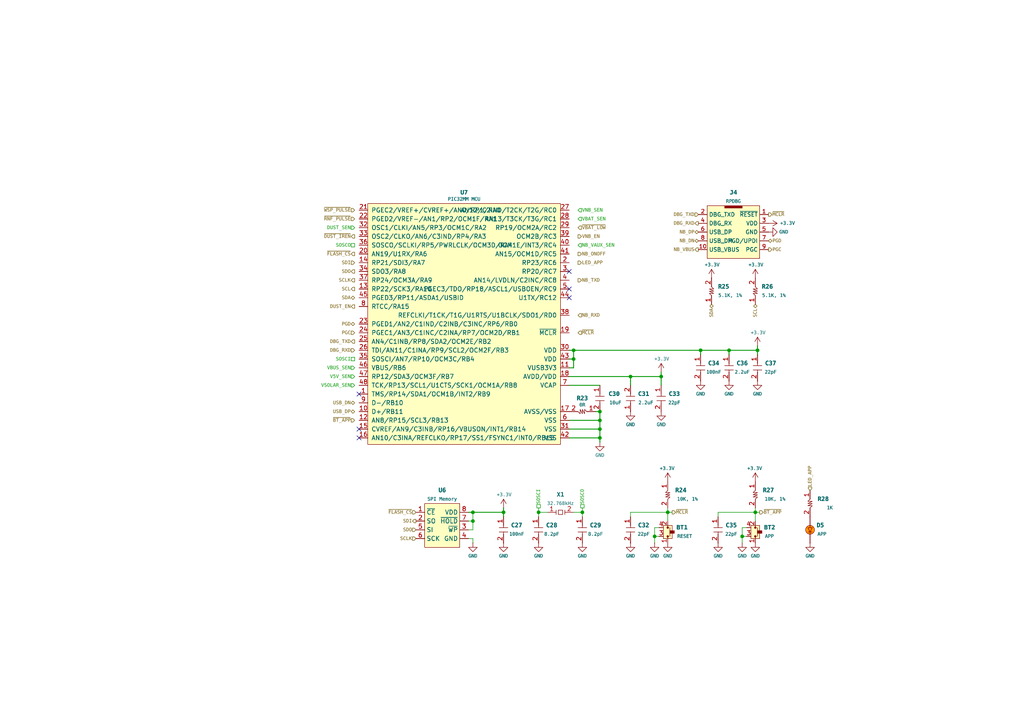
<source format=kicad_sch>
(kicad_sch (version 20231120) (generator "eeschema") (generator_version "8.0")
  (paper "A4")
  (lib_symbols
    (symbol "SAMPI:BT" (pin_names hide)
      (property "Reference" "BT" (at -3.175 1.27 0))
      (property "Value" "Button" (at -3.175 -0.635 0))
      (symbol "BT_1_0"
        (rectangle (start -1.905 -2.54) (end 1.905 -5.08) (fill (type background)))
        (circle (center -1.27 -3.81) (radius 0.254) (fill (type outline)))
        (rectangle (start -0.381 -1.905) (end 0.381 -3.175) (fill (type outline)))
        (polyline (pts (xy -1.27 -3.81) (xy -1.905 -3.81)))
        (polyline (pts (xy -1.27 -3.175) (xy 1.27 -3.175)))
        (polyline (pts (xy 1.27 -3.81) (xy 1.905 -3.81)))
        (circle (center 1.27 -3.81) (radius 0.254) (fill (type outline)))
        (pin passive line (at -3.175 -3.81 0) (length 1.27) (name "") (number "1"))
        (pin passive line (at 3.175 -3.81 180) (length 1.27) (name "") (number "2"))
        (pin passive line (at -1.27 -6.35 90) (length 1.27) (name "") (number "3"))
        (pin passive line (at 1.27 -6.35 90) (length 1.27) (name "") (number "4"))
      )
    )
    (symbol "SAMPI:CERCAP" (pin_names hide)
      (property "Reference" "C" (at -1.905 1.905 0))
      (property "Value" "CerCap" (at -1.905 0 0))
      (symbol "CERCAP_0_1"
        (polyline (pts (xy 0 -2.54) (xy 0.635 -2.54)))
        (polyline (pts (xy 0.635 -1.27) (xy 0.635 -3.81)))
        (polyline (pts (xy 1.905 -2.54) (xy 2.54 -2.54)))
        (polyline (pts (xy 1.905 -1.27) (xy 1.905 -3.81)))
      )
      (symbol "CERCAP_1_1"
        (pin bidirectional line (at -2.54 -2.54 0) (length 2.54) (name "1") (number "1"))
        (pin bidirectional line (at 5.08 -2.54 180) (length 2.54) (name "2") (number "2"))
      )
    )
    (symbol "SAMPI:OLED" (pin_numbers hide) (pin_names hide)
      (property "Reference" "D" (at 0 0 0))
      (property "Value" "OLED" (at 1.27 -1.905 0))
      (symbol "OLED_0_1"
        (polyline (pts (xy -0.635 -5.08) (xy 0 -5.08)))
        (polyline (pts (xy 1.27 -5.08) (xy 1.905 -5.08)))
        (polyline (pts (xy 1.27 -4.445) (xy 1.27 -5.715)))
      )
      (symbol "OLED_1_1"
        (polyline (pts (xy 0 -4.445) (xy 0 -5.715) (xy 1.27 -5.08) (xy 0 -4.445)))
        (circle (center 0.635 -5.08) (radius 1.27) (fill (type color) (color 255 150 0 1)))
        (pin bidirectional line (at -3.175 -5.08 0) (length 2.54) (name "A") (number "A"))
        (pin bidirectional line (at 4.445 -5.08 180) (length 2.54) (name "K") (number "K"))
      )
    )
    (symbol "SAMPI:PIC32MM0xxxGPM048-I/PT" (pin_names (offset 1.016))
      (property "Reference" "U6" (at 0 38.735 0))
      (property "Value" "PIC32MM MCU" (at 0 36.195 0))
      (symbol "PIC32MM0xxxGPM048-I/PT_1_0"
        (pin bidirectional line (at -31.115 -20.32 0) (length 2.54) (name "TMS/RP14/SDA1/OCM1B/INT2/RB9") (number "1"))
        (pin bidirectional line (at -31.115 -25.4 0) (length 2.54) (name "D+/RB11") (number "10"))
        (pin power_in line (at 29.845 -12.7 180) (length 2.54) (name "VUSB3V3") (number "11"))
        (pin bidirectional line (at -31.115 -27.94 0) (length 2.54) (name "AN8/RP15/SCL3/RB13") (number "12"))
        (pin bidirectional line (at -31.115 10.16 0) (length 2.54) (name "RP22/SCK3/RA10") (number "13"))
        (pin bidirectional line (at -31.115 17.78 0) (length 2.54) (name "RP21/SDI3/RA7") (number "14"))
        (pin bidirectional line (at -31.115 -30.48 0) (length 2.54) (name "CVREF/AN9/C3INB/RP16/VBUSON/INT1/RB14") (number "15"))
        (pin bidirectional line (at -31.115 -33.02 0) (length 2.54) (name "AN10/C3INA/REFCLKO/RP17/SS1/FSYNC1/INT0/RB15") (number "16"))
        (pin power_in line (at 29.845 -25.4 180) (length 2.54) (name "AVSS/VSS") (number "17"))
        (pin power_in line (at 29.845 -15.24 180) (length 2.54) (name "AVDD/VDD") (number "18"))
        (pin input line (at 29.845 -2.54 180) (length 2.54) (name "~{MCLR}") (number "19"))
        (pin bidirectional line (at 29.845 17.78 180) (length 2.54) (name "RP23/RC6") (number "2"))
        (pin bidirectional line (at -31.115 20.32 0) (length 2.54) (name "AN19/U1RX/RA6") (number "20"))
        (pin bidirectional line (at -31.115 33.02 0) (length 2.54) (name "PGEC2/VREF+/CVREF+/AN0/RP1/RA0") (number "21"))
        (pin bidirectional line (at -31.115 30.48 0) (length 2.54) (name "PGED2/VREF-/AN1/RP2/OCM1F/RA1") (number "22"))
        (pin bidirectional line (at -31.115 0 0) (length 2.54) (name "PGED1/AN2/C1IND/C2INB/C3INC/RP6/RB0") (number "23"))
        (pin bidirectional line (at -31.115 -2.54 0) (length 2.54) (name "PGEC1/AN3/C1INC/C2INA/RP7/OCM2D/RB1") (number "24"))
        (pin bidirectional line (at -31.115 -5.08 0) (length 2.54) (name "AN4/C1INB/RP8/SDA2/OCM2E/RB2") (number "25"))
        (pin bidirectional line (at -31.115 -7.62 0) (length 2.54) (name "TDI/AN11/C1INA/RP9/SCL2/OCM2F/RB3") (number "26"))
        (pin bidirectional line (at 29.845 33.02 180) (length 2.54) (name "AN12/C2IND/T2CK/T2G/RC0") (number "27"))
        (pin bidirectional line (at 29.845 30.48 180) (length 2.54) (name "AN13/T3CK/T3G/RC1") (number "28"))
        (pin bidirectional line (at 29.845 27.94 180) (length 2.54) (name "RP19/OCM2A/RC2") (number "29"))
        (pin bidirectional line (at 29.845 15.24 180) (length 2.54) (name "RP20/RC7") (number "3"))
        (pin power_in line (at 29.845 -7.62 180) (length 2.54) (name "VDD") (number "30"))
        (pin power_in line (at 29.845 -30.48 180) (length 2.54) (name "VSS") (number "31"))
        (pin bidirectional line (at -31.115 27.94 0) (length 2.54) (name "OSC1/CLKI/AN5/RP3/OCM1C/RA2") (number "32"))
        (pin bidirectional line (at -31.115 25.4 0) (length 2.54) (name "OSC2/CLKO/AN6/C3IND/RP4/RA3") (number "33"))
        (pin bidirectional line (at -31.115 15.24 0) (length 2.54) (name "SDO3/RA8") (number "34"))
        (pin bidirectional line (at -31.115 -10.16 0) (length 2.54) (name "SOSCI/AN7/RP10/OCM3C/RB4") (number "35"))
        (pin bidirectional line (at -31.115 22.86 0) (length 2.54) (name "SOSCO/SCLKI/RP5/PWRLCLK/OCM3D/RA4") (number "36"))
        (pin bidirectional line (at -31.115 12.7 0) (length 2.54) (name "RP24/OCM3A/RA9") (number "37"))
        (pin bidirectional line (at 29.845 2.54 180) (length 2.54) (name "REFCLKI/T1CK/T1G/U1RTS/U1BCLK/SDO1/RD0") (number "38"))
        (pin bidirectional line (at 29.845 25.4 180) (length 2.54) (name "OCM2B/RC3") (number "39"))
        (pin bidirectional line (at 29.845 12.7 180) (length 2.54) (name "AN14/LVDLN/C2INC/RC8") (number "4"))
        (pin bidirectional line (at 29.845 22.86 180) (length 2.54) (name "OCM1E/INT3/RC4") (number "40"))
        (pin bidirectional line (at 29.845 20.32 180) (length 2.54) (name "AN15/OCM1D/RC5") (number "41"))
        (pin power_in line (at 29.845 -33.02 180) (length 2.54) (name "VSS") (number "42"))
        (pin power_in line (at 29.845 -10.16 180) (length 2.54) (name "VDD") (number "43"))
        (pin bidirectional line (at 29.845 7.62 180) (length 2.54) (name "U1TX/RC12") (number "44"))
        (pin bidirectional line (at -31.115 7.62 0) (length 2.54) (name "PGED3/RP11/ASDA1/USBID") (number "45"))
        (pin power_in line (at -31.115 -12.7 0) (length 2.54) (name "VBUS/RB6") (number "46"))
        (pin bidirectional line (at -31.115 -15.24 0) (length 2.54) (name "RP12/SDA3/OCM3F/RB7") (number "47"))
        (pin bidirectional line (at -31.115 -17.78 0) (length 2.54) (name "TCK/RP13/SCL1/U1CTS/SCK1/OCM1A/RB8") (number "48"))
        (pin bidirectional line (at 29.845 10.16 180) (length 2.54) (name "PGEC3/TDO/RP18/ASCL1/USBOEN/RC9") (number "5"))
        (pin power_in line (at 29.845 -27.94 180) (length 2.54) (name "VSS") (number "6"))
        (pin power_in line (at 29.845 -17.78 180) (length 2.54) (name "VCAP") (number "7"))
        (pin bidirectional line (at -31.115 5.08 0) (length 2.54) (name "RTCC/RA15") (number "8"))
        (pin bidirectional line (at -31.115 -22.86 0) (length 2.54) (name "D-/RB10") (number "9"))
      )
      (symbol "PIC32MM0xxxGPM048-I/PT_1_1"
        (rectangle (start -28.575 34.925) (end 27.305 -34.925) (fill (type background)))
      )
    )
    (symbol "SAMPI:RES" (pin_names hide)
      (property "Reference" "R" (at 0 1.905 0))
      (property "Value" "RES" (at 0 0 0))
      (symbol "RES_0_1"
        (polyline (pts (xy 0 -2.54) (xy 0.635 -1.905) (xy 0.635 -3.175) (xy 1.27 -1.905) (xy 1.27 -3.175) (xy 1.905 -1.905) (xy 1.905 -3.175) (xy 2.54 -2.54)))
      )
      (symbol "RES_1_1"
        (pin bidirectional line (at -2.54 -2.54 0) (length 2.54) (name "1") (number "1"))
        (pin bidirectional line (at 5.08 -2.54 180) (length 2.54) (name "2") (number "2"))
      )
    )
    (symbol "SAMPI:RPDBG"
      (property "Reference" "J" (at 0 10.795 0))
      (property "Value" "RPDBG" (at 0 8.89 0))
      (symbol "RPDBG_0_1"
        (rectangle (start -7.62 7.62) (end 7.62 -7.62) (fill (type background)))
      )
      (symbol "RPDBG_1_1"
        (rectangle (start -2.54 7.62) (end 2.54 6.985) (fill (type outline)))
        (pin output line (at 10.16 5.08 180) (length 2.54) (name "~{RESET}") (number "1"))
        (pin output line (at -10.16 -5.08 0) (length 2.54) (name "USB_VBUS") (number "10"))
        (pin output line (at -10.16 5.08 0) (length 2.54) (name "DBG_TXD") (number "2"))
        (pin input line (at 10.16 2.54 180) (length 2.54) (name "VDD") (number "3"))
        (pin input line (at -10.16 2.54 0) (length 2.54) (name "DBG_RX") (number "4"))
        (pin bidirectional line (at 10.16 0 180) (length 2.54) (name "GND") (number "5"))
        (pin bidirectional line (at -10.16 0 0) (length 2.54) (name "USB_DP") (number "6"))
        (pin bidirectional line (at 10.16 -2.54 180) (length 2.54) (name "PGD/UPDI") (number "7"))
        (pin bidirectional line (at -10.16 -2.54 0) (length 2.54) (name "USB_DM") (number "8"))
        (pin output line (at 10.16 -5.08 180) (length 2.54) (name "PGC") (number "9"))
      )
    )
    (symbol "SAMPI:SPI_MEM"
      (property "Reference" "U" (at 0 3.175 0))
      (property "Value" "SPI Memory" (at 0 1.27 0))
      (symbol "SPI_MEM_1_0"
        (rectangle (start 0 0) (end 10.16 -12.7) (fill (type background)))
        (pin input line (at -2.54 -2.54 0) (length 2.54) (name "~{CE}") (number "1"))
        (pin output line (at -2.54 -5.08 0) (length 2.54) (name "SO") (number "2"))
        (pin input line (at 12.7 -7.62 180) (length 2.54) (name "~{WP}") (number "3"))
        (pin power_in line (at 12.7 -10.16 180) (length 2.54) (name "GND") (number "4"))
        (pin input line (at -2.54 -7.62 0) (length 2.54) (name "SI") (number "5"))
        (pin input line (at -2.54 -10.16 0) (length 2.54) (name "SCK") (number "6"))
        (pin input line (at 12.7 -5.08 180) (length 2.54) (name "~{HOLD}") (number "7"))
        (pin power_in line (at 12.7 -2.54 180) (length 2.54) (name "VDD") (number "8"))
      )
    )
    (symbol "SAMPI:XTAL-2P" (pin_names hide)
      (property "Reference" "X" (at 0 0 0))
      (property "Value" "XTAL" (at 0 -1.905 0))
      (symbol "XTAL-2P_0_1"
        (polyline (pts (xy 0 -4.445) (xy 0 -5.715)))
        (polyline (pts (xy 2.54 -4.445) (xy 2.54 -5.715)))
      )
      (symbol "XTAL-2P_1_1"
        (rectangle (start 0.635 -4.445) (end 1.905 -5.715))
        (pin passive line (at -2.54 -5.08 0) (length 2.54) (name "X1") (number "1"))
        (pin passive line (at 5.08 -5.08 180) (length 2.54) (name "X2") (number "2"))
      )
    )
    (symbol "power:+3.3V" (power) (pin_numbers hide) (pin_names (offset 0) hide)
      (property "Value" "+3.3V" (at 0 3.556 0))
      (symbol "+3.3V_0_1"
        (polyline (pts (xy -0.762 1.27) (xy 0 2.54)))
        (polyline (pts (xy 0 0) (xy 0 2.54)))
        (polyline (pts (xy 0 2.54) (xy 0.762 1.27)))
      )
      (symbol "+3.3V_1_1"
        (pin power_in line (at 0 0 90) (length 0) (name "~") (number "1"))
      )
    )
    (symbol "power:GND" (power) (pin_numbers hide) (pin_names (offset 0) hide)
      (property "Value" "GND" (at 0 -3.81 0))
      (symbol "GND_0_1"
        (polyline (pts (xy 0 0) (xy 0 -1.27) (xy 1.27 -1.27) (xy 0 -2.54) (xy -1.27 -1.27) (xy 0 -1.27)))
      )
      (symbol "GND_1_1"
        (pin power_in line (at 0 0 270) (length 0) (name "~") (number "1"))
      )
    )
  )
  (junction (at 219.71 101.6))
  (junction (at 193.675 148.59))
  (junction (at 166.37 104.14))
  (junction (at 203.2 101.6))
  (junction (at 173.99 119.38))
  (junction (at 215.265 155.575))
  (junction (at 191.77 109.22))
  (junction (at 189.865 155.575))
  (junction (at 137.16 151.13))
  (junction (at 219.075 148.59))
  (junction (at 173.99 121.92))
  (junction (at 146.05 148.59))
  (junction (at 137.16 148.59))
  (junction (at 156.21 148.59))
  (junction (at 182.88 109.22))
  (junction (at 166.37 101.6))
  (junction (at 173.99 127))
  (junction (at 211.455 101.6))
  (junction (at 173.99 124.46))
  (junction (at 168.91 148.59))
  (no_connect (at 165.1 83.82))
  (no_connect (at 104.14 127))
  (no_connect (at 165.1 78.74))
  (no_connect (at 104.14 114.3))
  (no_connect (at 165.1 86.36))
  (no_connect (at 104.14 124.46))
  (wire (pts (xy 211.455 101.6) (xy 211.455 102.87)) (stroke (width 0.254)))
  (wire (pts (xy 146.05 148.59) (xy 137.16 148.59)) (stroke (width 0.254)))
  (wire (pts (xy 156.21 148.59) (xy 158.75 148.59)))
  (wire (pts (xy 203.2 101.6) (xy 211.455 101.6)) (stroke (width 0.254)))
  (wire (pts (xy 215.265 153.035) (xy 216.535 153.035)))
  (wire (pts (xy 156.21 148.59) (xy 156.21 149.86)))
  (wire (pts (xy 219.71 101.6) (xy 219.71 102.87)) (stroke (width 0.254)))
  (wire (pts (xy 137.16 157.48) (xy 137.16 156.21)))
  (wire (pts (xy 166.37 104.14) (xy 166.37 101.6)) (stroke (width 0.254)))
  (wire (pts (xy 156.21 147.32) (xy 156.21 148.59)))
  (wire (pts (xy 203.2 102.87) (xy 203.2 101.6)) (stroke (width 0.254)))
  (wire (pts (xy 135.89 151.13) (xy 137.16 151.13)))
  (wire (pts (xy 135.89 153.67) (xy 137.16 153.67)))
  (wire (pts (xy 165.1 124.46) (xy 173.99 124.46)) (stroke (width 0.254)))
  (wire (pts (xy 173.99 124.46) (xy 173.99 121.92)) (stroke (width 0.254)))
  (wire (pts (xy 166.37 101.6) (xy 165.1 101.6)) (stroke (width 0.254)))
  (wire (pts (xy 173.99 119.38) (xy 172.72 119.38)) (stroke (width 0.254)))
  (wire (pts (xy 211.455 101.6) (xy 219.71 101.6)) (stroke (width 0.254)))
  (wire (pts (xy 191.77 109.22) (xy 191.77 111.76)) (stroke (width 0.254)))
  (wire (pts (xy 193.675 148.59) (xy 194.945 148.59)))
  (wire (pts (xy 189.865 155.575) (xy 191.135 155.575)))
  (wire (pts (xy 137.16 153.67) (xy 137.16 151.13)))
  (wire (pts (xy 182.88 148.59) (xy 182.88 149.86)))
  (wire (pts (xy 215.265 155.575) (xy 215.265 153.035)))
  (wire (pts (xy 215.265 157.48) (xy 215.265 155.575)))
  (wire (pts (xy 165.1 109.22) (xy 182.88 109.22)) (stroke (width 0.254)))
  (wire (pts (xy 182.88 109.22) (xy 182.88 111.76)) (stroke (width 0.254)))
  (wire (pts (xy 168.91 148.59) (xy 166.37 148.59)))
  (wire (pts (xy 193.675 148.59) (xy 193.675 151.13)))
  (wire (pts (xy 219.075 148.59) (xy 220.345 148.59)))
  (wire (pts (xy 215.265 155.575) (xy 216.535 155.575)))
  (wire (pts (xy 165.1 127) (xy 173.99 127)) (stroke (width 0.254)))
  (wire (pts (xy 219.71 100.33) (xy 219.71 101.6)) (stroke (width 0.254)))
  (wire (pts (xy 166.37 106.68) (xy 166.37 104.14)) (stroke (width 0.254)))
  (wire (pts (xy 165.1 104.14) (xy 166.37 104.14)) (stroke (width 0.254)))
  (wire (pts (xy 189.865 155.575) (xy 189.865 153.035)))
  (wire (pts (xy 165.1 111.76) (xy 173.99 111.76)) (stroke (width 0.254)))
  (wire (pts (xy 193.675 147.32) (xy 193.675 148.59)))
  (wire (pts (xy 208.28 148.59) (xy 208.28 149.86)))
  (wire (pts (xy 203.2 101.6) (xy 166.37 101.6)) (stroke (width 0.254)))
  (wire (pts (xy 173.99 127) (xy 173.99 124.46)) (stroke (width 0.254)))
  (wire (pts (xy 208.28 148.59) (xy 219.075 148.59)))
  (wire (pts (xy 191.77 107.95) (xy 191.77 109.22)) (stroke (width 0.254)))
  (wire (pts (xy 137.16 148.59) (xy 135.89 148.59)) (stroke (width 0.254)))
  (wire (pts (xy 189.865 153.035) (xy 191.135 153.035)))
  (wire (pts (xy 165.1 121.92) (xy 173.99 121.92)) (stroke (width 0.254)))
  (wire (pts (xy 137.16 151.13) (xy 137.16 148.59)))
  (wire (pts (xy 146.05 149.86) (xy 146.05 148.59)) (stroke (width 0.254)))
  (wire (pts (xy 189.865 157.48) (xy 189.865 155.575)))
  (wire (pts (xy 219.075 147.32) (xy 219.075 148.59)))
  (wire (pts (xy 182.88 148.59) (xy 193.675 148.59)))
  (wire (pts (xy 173.99 127) (xy 173.99 128.27)) (stroke (width 0.254)))
  (wire (pts (xy 168.91 147.32) (xy 168.91 148.59)))
  (wire (pts (xy 219.075 148.59) (xy 219.075 151.13)))
  (wire (pts (xy 146.05 147.32) (xy 146.05 148.59)) (stroke (width 0.254)))
  (wire (pts (xy 173.99 121.92) (xy 173.99 119.38)) (stroke (width 0.254)))
  (wire (pts (xy 165.1 106.68) (xy 166.37 106.68)) (stroke (width 0.254)))
  (wire (pts (xy 168.91 149.86) (xy 168.91 148.59)))
  (wire (pts (xy 137.16 156.21) (xy 135.89 156.21)))
  (wire (pts (xy 182.88 109.22) (xy 191.77 109.22)) (stroke (width 0.254)))
  (hierarchical_label "NB_TXD" (shape output) (at 167.64 81.28 0) (effects (font (size 1.016 1.016))))
  (hierarchical_label "VBAT_SEN" (shape input) (at 167.64 63.5 0) (effects (font (size 1.016 1.016))))
  (hierarchical_label "DUST_SEN" (shape input) (at 102.87 66.04 180) (effects (font (size 1.016 1.016))))
  (hierarchical_label "SOSCI" (shape passive) (at 102.87 104.14 180) (effects (font (size 1.016 1.016))))
  (hierarchical_label "NB_VBUS" (shape output) (at 202.565 72.39 180) (effects (font (size 1.016 1.016))))
  (hierarchical_label "SDI" (shape output) (at 120.65 151.13 180) (effects (font (size 1.016 1.016))))
  (hierarchical_label "PGD" (shape bidirectional) (at 222.885 69.85 0) (effects (font (size 1.016 1.016))))
  (hierarchical_label "VNB_SEN" (shape input) (at 167.64 60.96 0) (effects (font (size 1.016 1.016))))
  (hierarchical_label "SDA" (shape bidirectional) (at 102.87 86.36 180) (effects (font (size 1.016 1.016))))
  (hierarchical_label "~{RNF_PULSE}" (shape input) (at 102.87 63.5 180) (effects (font (size 1.016 1.016))))
  (hierarchical_label "SOSCO" (shape passive) (at 168.91 147.32 90) (effects (font (size 1.016 1.016))))
  (hierarchical_label "DBG_TXD" (shape input) (at 202.565 62.23 180) (effects (font (size 1.016 1.016))))
  (hierarchical_label "LED_APP" (shape input) (at 234.95 142.24 90) (effects (font (size 1.016 1.016))))
  (hierarchical_label "NB_DP" (shape bidirectional) (at 202.565 67.31 180) (effects (font (size 1.016 1.016))))
  (hierarchical_label "~{BT_APP}" (shape input) (at 102.87 121.92 180) (effects (font (size 1.016 1.016))))
  (hierarchical_label "DBG_RXD" (shape input) (at 102.87 101.6 180) (effects (font (size 1.016 1.016))))
  (hierarchical_label "SCL" (shape bidirectional) (at 219.075 88.265 270) (effects (font (size 1.016 1.016))))
  (hierarchical_label "DBG_TXD" (shape output) (at 102.87 99.06 180) (effects (font (size 1.016 1.016))))
  (hierarchical_label "PGC" (shape input) (at 102.87 96.52 180) (effects (font (size 1.016 1.016))))
  (hierarchical_label "~{MCLR}" (shape output) (at 222.885 62.23 0) (effects (font (size 1.016 1.016))))
  (hierarchical_label "DUST_EN" (shape output) (at 102.87 88.9 180) (effects (font (size 1.016 1.016))))
  (hierarchical_label "~{WSP_PULSE}" (shape input) (at 102.87 60.96 180) (effects (font (size 1.016 1.016))))
  (hierarchical_label "SDA" (shape bidirectional) (at 206.375 88.265 270) (effects (font (size 1.016 1.016))))
  (hierarchical_label "USB_DN" (shape bidirectional) (at 102.87 116.84 180) (effects (font (size 1.016 1.016))))
  (hierarchical_label "NB_RXD" (shape input) (at 167.64 91.44 0) (effects (font (size 1.016 1.016))))
  (hierarchical_label "DBG_RXD" (shape output) (at 202.565 64.77 180) (effects (font (size 1.016 1.016))))
  (hierarchical_label "NB_DN" (shape bidirectional) (at 202.565 69.85 180) (effects (font (size 1.016 1.016))))
  (hierarchical_label "VSOLAR_SEN" (shape input) (at 102.87 111.76 180) (effects (font (size 1.016 1.016))))
  (hierarchical_label "V5V_SEN" (shape input) (at 102.87 109.22 180) (effects (font (size 1.016 1.016))))
  (hierarchical_label "VBUS_SEN" (shape input) (at 102.87 106.68 180) (effects (font (size 1.016 1.016))))
  (hierarchical_label "SDO" (shape output) (at 102.87 78.74 180) (effects (font (size 1.016 1.016))))
  (hierarchical_label "USB_DP" (shape bidirectional) (at 102.87 119.38 180) (effects (font (size 1.016 1.016))))
  (hierarchical_label "PGD" (shape bidirectional) (at 102.87 93.98 180) (effects (font (size 1.016 1.016))))
  (hierarchical_label "~{VBAT_LOW}" (shape input) (at 167.64 66.04 0) (effects (font (size 1.016 1.016))))
  (hierarchical_label "SCLK" (shape input) (at 120.65 156.21 180) (effects (font (size 1.016 1.016))))
  (hierarchical_label "NB_VAUX_SEN" (shape input) (at 167.64 71.12 0) (effects (font (size 1.016 1.016))))
  (hierarchical_label "LED_APP" (shape output) (at 167.64 76.2 0) (effects (font (size 1.016 1.016))))
  (hierarchical_label "VNB_EN" (shape output) (at 167.64 68.58 0) (effects (font (size 1.016 1.016))))
  (hierarchical_label "~{MCLR}" (shape output) (at 194.945 148.59 0) (effects (font (size 1.016 1.016))))
  (hierarchical_label "SOSCO" (shape passive) (at 102.87 71.12 180) (effects (font (size 1.016 1.016))))
  (hierarchical_label "SCLK" (shape output) (at 102.87 81.28 180) (effects (font (size 1.016 1.016))))
  (hierarchical_label "~{BT_APP}" (shape output) (at 220.345 148.59 0) (effects (font (size 1.016 1.016))))
  (hierarchical_label "SOSCI" (shape passive) (at 156.21 147.32 90) (effects (font (size 1.016 1.016))))
  (hierarchical_label "SDO" (shape input) (at 120.65 153.67 180) (effects (font (size 1.016 1.016))))
  (hierarchical_label "~{MCLR}" (shape input) (at 167.64 96.52 0) (effects (font (size 1.016 1.016))))
  (hierarchical_label "NB_ONOFF" (shape output) (at 167.64 73.66 0) (effects (font (size 1.016 1.016))))
  (hierarchical_label "~{DUST_IREN}" (shape output) (at 102.87 68.58 180) (effects (font (size 1.016 1.016))))
  (hierarchical_label "SDI" (shape input) (at 102.87 76.2 180) (effects (font (size 1.016 1.016))))
  (hierarchical_label "~{FLASH_CS}" (shape output) (at 102.87 73.66 180) (effects (font (size 1.016 1.016))))
  (hierarchical_label "~{FLASH_CS}" (shape input) (at 120.65 148.59 180) (effects (font (size 1.016 1.016))))
  (hierarchical_label "SCL" (shape output) (at 102.87 83.82 180) (effects (font (size 1.016 1.016))))
  (hierarchical_label "PGC" (shape output) (at 222.885 72.39 0) (effects (font (size 1.016 1.016))))
  (symbol (lib_id "SAMPI:RES") (at 216.535 85.725 90) (unit 1)
    (property "Reference" "R26" (at 220.98 83.1849 90) (effects (font (bold yes)) (justify right)))
    (property "Value" "5.1K, 1%" (at 220.98 85.7249 90) (effects (font (size 1.016 1.016)) (justify right)))
    (property "Footprint" "SAMPI:RES0603" (effects (hide yes)))
    (property "Description" "RES SMD 5.1K OHM 1% 1/10W 0603" (effects (hide yes)))
    (property "MNP" "RC0603FR-075K1L" (effects (hide yes)))
    (property "Price" "0.002" (effects (hide yes)))
    (property "Stock Link" "https://www.digikey.com/en/products/detail/yageo/RC0603FR-075K1L/727268" (effects (hide yes)))
    (property "MFT" "YAGEO" (effects (hide yes)))
  )
  (symbol (lib_id "SAMPI:RPDBG") (at 212.725 67.31 0) (unit 1)
    (property "Reference" "J4" (at 212.725 55.88 0) (effects (font (bold yes))))
    (property "Value" "RPDBG" (at 212.725 58.42 0) (effects (font (size 1.016 1.016))))
    (property "Description" "PIN HEADER, THR, DUAL ROW, 1.27" (effects (hide yes)))
    (property "Price" "0.197" (effects (hide yes)))
    (property "Stock Link" "https://www.thegioiic.com/hang-rao-duc-doi-1-27mm-80-chan-2-hang-cao-7-2mm-xuyen-lo" (effects (hide yes)))
    (property "MFT" "METZ" (effects (hide yes)))
    (property "MNP" "PR20B05VBDN" (effects (hide yes)))
  )
  (symbol (lib_id "power:GND") (at 168.91 157.48 0) (unit 1)
    (property "Reference" "#PWR057" (effects (hide yes)))
    (property "Value" "GND" (at 168.91 161.29 0) (effects (font (size 1.016 1.016))))
    (property "Description" "Power symbol creates a global label with name \"GND\" , ground" (effects (hide yes)))
  )
  (symbol (lib_id "power:GND") (at 211.455 110.49 0) (unit 1)
    (property "Reference" "#PWR069" (effects (hide yes)))
    (property "Value" "GND" (at 211.455 114.3 0) (effects (font (size 1.016 1.016))))
    (property "Description" "Power symbol creates a global label with name \"GND\" , ground" (effects (hide yes)))
  )
  (symbol (lib_id "SAMPI:CERCAP") (at 210.82 152.4 270) (unit 1)
    (property "Reference" "C35" (at 212.09 152.4 90) (effects (font (bold yes))))
    (property "Value" "22pF" (at 212.09 154.94 90) (effects (font (size 1.016 1.016))))
    (property "Footprint" "SAMPI:CAP0603" (effects (hide yes)))
    (property "Description" "CAP CER 22PF 50V C0G/NP0 0603" (effects (hide yes)))
    (property "MNP" "CL10C220JB8NFNC" (effects (hide yes)))
    (property "Price" "0.0083" (effects (hide yes)))
    (property "Stock Link" "https://www.thegioiic.com/tu-gom-0603-22pf-50v" (effects (hide yes)))
    (property "MFT" "Samsung" (effects (hide yes)))
  )
  (symbol (lib_id "power:GND") (at 146.05 157.48 0) (mirror y) (unit 1)
    (property "Reference" "#PWR055" (effects (hide yes)))
    (property "Value" "GND" (at 146.05 161.29 0) (effects (font (size 1.016 1.016))))
    (property "Description" "Power symbol creates a global label with name \"GND\" , ground" (effects (hide yes)))
  )
  (symbol (lib_id "power:GND") (at 182.88 157.48 0) (unit 1)
    (property "Reference" "#PWR060" (effects (hide yes)))
    (property "Value" "GND" (at 182.88 161.29 0) (effects (font (size 1.016 1.016))))
    (property "Description" "Power symbol creates a global label with name \"GND\" , ground" (effects (hide yes)))
  )
  (symbol (lib_id "SAMPI:SPI_MEM") (at 123.19 146.05 0) (unit 1)
    (property "Reference" "U6" (at 128.27 142.24 0) (effects (font (bold yes))))
    (property "Value" "SPI Memory" (at 128.27 144.78 0) (effects (font (size 1.016 1.016))))
    (property "Footprint" "SAMPI:SOIC8_3.9_MCHP" (effects (hide yes)))
    (property "Description" "IC FLASH 16MBIT SPI 50MHZ 8SOIC" (effects (hide yes)))
    (property "Price" "0" (effects (hide yes)))
    (property "Stock Link" "https://www.digikey.com/en/products/detail/microchip-technology/SST25VF016B-50-4C-S2AF/2297794" (effects (hide yes)))
    (property "MFT" "Microchip" (effects (hide yes)))
    (property "MNP" "SST25VF016B-50-4C-S2AF" (effects (hide yes)))
  )
  (symbol (lib_id "SAMPI:BT") (at 197.485 154.305 270) (mirror x) (unit 1)
    (property "Reference" "BT1" (at 196.215 153.0349 90) (effects (font (bold yes)) (justify left)))
    (property "Value" "RESET" (at 196.215 155.5749 90) (effects (font (size 1.016 1.016)) (justify left)))
    (property "Description" "SWITCH TACTILE SPST-NO 0.05A 12V" (effects (hide yes)))
    (property "Price" "0.022" (effects (hide yes)))
    (property "Stock Link" "https://www.thegioiic.com/nut-nhan-3x6mm-cao-5mm-2-chan-smd-dau-trang" (effects (hide yes)))
    (property "MFT" "Panasonic" (effects (hide yes)))
    (property "MNP" "EVQ-PE105K" (effects (hide yes)))
  )
  (symbol (lib_id "power:GND") (at 182.88 119.38 0) (unit 1)
    (property "Reference" "#PWR059" (effects (hide yes)))
    (property "Value" "GND" (at 182.88 123.19 0) (effects (font (size 1.016 1.016))))
    (property "Description" "Power symbol creates a global label with name \"GND\" , ground" (effects (hide yes)))
  )
  (symbol (lib_id "power:GND") (at 208.28 157.48 0) (unit 1)
    (property "Reference" "#PWR068" (effects (hide yes)))
    (property "Value" "GND" (at 208.28 161.29 0) (effects (font (size 1.016 1.016))))
    (property "Description" "Power symbol creates a global label with name \"GND\" , ground" (effects (hide yes)))
  )
  (symbol (lib_id "SAMPI:CERCAP") (at 180.34 116.84 90) (unit 1)
    (property "Reference" "C31" (at 186.69 114.3 90) (effects (font (bold yes))))
    (property "Value" "2.2uF" (at 187.325 116.84 90) (effects (font (size 1.016 1.016))))
    (property "Footprint" "SAMPI:CAP0603" (effects (hide yes)))
    (property "Description" "CAP CER 2.2UF 10V X7R 0603" (effects (hide yes)))
    (property "MNP" "CL10B225KP8NNNC" (effects (hide yes)))
    (property "Price" "0.018" (effects (hide yes)))
    (property "Stock Link" "https://www.thegioiic.com/tu-gom-0603-2-2uf-10v" (effects (hide yes)))
    (property "MFT" "Samsung" (effects (hide yes)))
  )
  (symbol (lib_id "power:+3.3V") (at 219.075 139.7 0) (unit 1)
    (property "Reference" "#PWR072" (effects (hide yes)))
    (property "Value" "+3.3V" (at 216.535 135.89 0) (effects (font (size 1.016 1.016)) (justify left)))
    (property "Description" "Power symbol creates a global label with name \"+3.3V\"" (effects (hide yes)))
  )
  (symbol (lib_id "SAMPI:CERCAP") (at 171.45 152.4 270) (unit 1)
    (property "Reference" "C29" (at 172.72 152.4 90) (effects (font (bold yes))))
    (property "Value" "8.2pF" (at 172.72 154.94 90) (effects (font (size 1.016 1.016))))
    (property "Footprint" "SAMPI:CAP0603" (effects (hide yes)))
    (property "Description" "CAP CER 8.2PF 50V C0G/NP0 0603" (effects (hide yes)))
    (property "MNP" "CL10C8R2DB8NNNC" (effects (hide yes)))
    (property "Price" "0.0083" (effects (hide yes)))
    (property "Stock Link" "https://www.thegioiic.com/tu-gom-0603-8-2pf-50v" (effects (hide yes)))
    (property "MFT" "Samsung" (effects (hide yes)))
  )
  (symbol (lib_id "power:GND") (at 193.675 157.48 0) (unit 1)
    (property "Reference" "#PWR065" (effects (hide yes)))
    (property "Value" "GND" (at 193.675 161.29 0) (effects (font (size 1.016 1.016))))
    (property "Description" "Power symbol creates a global label with name \"GND\" , ground" (effects (hide yes)))
  )
  (symbol (lib_id "SAMPI:CERCAP") (at 158.75 152.4 270) (unit 1)
    (property "Reference" "C28" (at 160.02 152.4 90) (effects (font (bold yes))))
    (property "Value" "8.2pF" (at 160.02 154.94 90) (effects (font (size 1.016 1.016))))
    (property "Footprint" "SAMPI:CAP0603" (effects (hide yes)))
    (property "Description" "CAP CER 8.2PF 50V C0G/NP0 0603" (effects (hide yes)))
    (property "MNP" "CL10C8R2DB8NNNC" (effects (hide yes)))
    (property "Price" "0.0083" (effects (hide yes)))
    (property "Stock Link" "https://www.thegioiic.com/tu-gom-0603-8-2pf-50v" (effects (hide yes)))
    (property "MFT" "Samsung" (effects (hide yes)))
  )
  (symbol (lib_id "power:GND") (at 203.2 110.49 0) (unit 1)
    (property "Reference" "#PWR066" (effects (hide yes)))
    (property "Value" "GND" (at 203.2 114.3 0) (effects (font (size 1.016 1.016))))
    (property "Description" "Power symbol creates a global label with name \"GND\" , ground" (effects (hide yes)))
  )
  (symbol (lib_id "power:GND") (at 222.885 67.31 90) (unit 1)
    (property "Reference" "#PWR077" (effects (hide yes)))
    (property "Value" "GND" (at 227.33 67.31 90) (effects (font (size 1.016 1.016))))
    (property "Description" "Power symbol creates a global label with name \"GND\" , ground" (effects (hide yes)))
  )
  (symbol (lib_id "power:GND") (at 173.99 128.27 0) (unit 1)
    (property "Reference" "#PWR058" (effects (hide yes)))
    (property "Value" "GND" (at 173.99 132.08 0) (effects (font (size 1.016 1.016))))
    (property "Description" "Power symbol creates a global label with name \"GND\" , ground" (effects (hide yes)))
  )
  (symbol (lib_id "power:GND") (at 156.21 157.48 0) (unit 1)
    (property "Reference" "#PWR056" (effects (hide yes)))
    (property "Value" "GND" (at 156.21 161.29 0) (effects (font (size 1.016 1.016))))
    (property "Description" "Power symbol creates a global label with name \"GND\" , ground" (effects (hide yes)))
  )
  (symbol (lib_id "SAMPI:RES") (at 191.135 142.24 90) (mirror x) (unit 1)
    (property "Reference" "R24" (at 197.485 142.24 90) (effects (font (bold yes))))
    (property "Value" "10K, 1%" (at 199.39 144.78 90) (effects (font (size 1.016 1.016))))
    (property "Footprint" "SAMPI:RES0603" (effects (hide yes)))
    (property "Description" "RES SMD 10K OHM 1% 1/10W 0603" (effects (hide yes)))
    (property "MNP" "RC0603FR-0710KL" (effects (hide yes)))
    (property "Price" "0.002" (effects (hide yes)))
    (property "Stock Link" "https://www.thegioiic.com/dien-tro-10-kohm-0603-1-" (effects (hide yes)))
    (property "MFT" "YAGEO" (effects (hide yes)))
  )
  (symbol (lib_id "SAMPI:CERCAP") (at 176.53 114.3 270) (unit 1)
    (property "Reference" "C30" (at 176.53 114.2999 90) (effects (font (bold yes)) (justify left)))
    (property "Value" "10uF" (at 176.53 116.8399 90) (effects (font (size 1.016 1.016)) (justify left)))
    (property "Footprint" "SAMPI:CAP0805" (effects (hide yes)))
    (property "Description" "CAP CER 10UF 16V X5R 0805" (effects (hide yes)))
    (property "MNP" "CL21A106KOQNNNE" (effects (hide yes)))
    (property "Price" "0.017" (effects (hide yes)))
    (property "Stock Link" "https://www.thegioiic.com/tu-gom-0805-10uf-16v" (effects (hide yes)))
    (property "MFT" " Samsung" (effects (hide yes)))
  )
  (symbol (lib_id "SAMPI:CERCAP") (at 213.995 105.41 270) (unit 1)
    (property "Reference" "C36" (at 215.265 105.41 90) (effects (font (bold yes))))
    (property "Value" "2.2uF" (at 215.265 107.95 90) (effects (font (size 1.016 1.016))))
    (property "Footprint" "SAMPI:CAP0603" (effects (hide yes)))
    (property "Description" "CAP CER 2.2UF 10V X7R 0603" (effects (hide yes)))
    (property "MNP" "CL10B225KP8NNNC" (effects (hide yes)))
    (property "Price" "0.018" (effects (hide yes)))
    (property "Stock Link" "https://www.thegioiic.com/tu-gom-0603-2-2uf-10v" (effects (hide yes)))
    (property "MFT" "Samsung" (effects (hide yes)))
  )
  (symbol (lib_id "power:+3.3V") (at 219.71 100.33 0) (mirror y) (unit 1)
    (property "Reference" "#PWR074" (effects (hide yes)))
    (property "Value" "+3.3V" (at 222.25 96.52 0) (effects (font (size 1.016 1.016)) (justify left)))
    (property "Description" "Power symbol creates a global label with name \"+3.3V\"" (effects (hide yes)))
  )
  (symbol (lib_id "power:GND") (at 191.77 119.38 0) (unit 1)
    (property "Reference" "#PWR063" (effects (hide yes)))
    (property "Value" "GND" (at 191.77 123.19 0) (effects (font (size 1.016 1.016))))
    (property "Description" "Power symbol creates a global label with name \"GND\" , ground" (effects (hide yes)))
  )
  (symbol (lib_id "SAMPI:CERCAP") (at 185.42 152.4 270) (unit 1)
    (property "Reference" "C32" (at 186.69 152.4 90) (effects (font (bold yes))))
    (property "Value" "22pF" (at 186.69 154.94 90) (effects (font (size 1.016 1.016))))
    (property "Footprint" "SAMPI:CAP0603" (effects (hide yes)))
    (property "Description" "CAP CER 22PF 50V C0G/NP0 0603" (effects (hide yes)))
    (property "MNP" "CL10C220JB8NFNC" (effects (hide yes)))
    (property "Price" "0.0083" (effects (hide yes)))
    (property "Stock Link" "https://www.thegioiic.com/tu-gom-0603-22pf-50v" (effects (hide yes)))
    (property "MFT" "Samsung" (effects (hide yes)))
  )
  (symbol (lib_id "SAMPI:RES") (at 232.41 144.78 90) (mirror x) (unit 1)
    (property "Reference" "R28" (at 238.76 144.78 90) (effects (font (bold yes))))
    (property "Value" "1K" (at 240.665 147.32 90) (effects (font (size 1.016 1.016))))
    (property "Footprint" "SAMPI:RES0603" (effects (hide yes)))
    (property "Description" "RES SMD 1K OHM 5% 1/10W 0603" (effects (hide yes)))
    (property "MNP" "AC0603JR-071KL" (effects (hide yes)))
    (property "Price" "0.0014" (effects (hide yes)))
    (property "Stock Link" "https://www.thegioiic.com/dien-tro-1-kohm-0603-5-" (effects (hide yes)))
    (property "MFT" "YAGEO" (effects (hide yes)))
  )
  (symbol (lib_id "SAMPI:RES") (at 203.835 85.725 90) (unit 1)
    (property "Reference" "R25" (at 208.28 83.1849 90) (effects (font (bold yes)) (justify right)))
    (property "Value" "5.1K, 1%" (at 208.28 85.7249 90) (effects (font (size 1.016 1.016)) (justify right)))
    (property "Footprint" "SAMPI:RES0603" (effects (hide yes)))
    (property "Description" "RES SMD 5.1K OHM 1% 1/10W 0603" (effects (hide yes)))
    (property "MNP" "RC0603FR-075K1L" (effects (hide yes)))
    (property "Price" "0.002" (effects (hide yes)))
    (property "Stock Link" "https://www.digikey.com/en/products/detail/yageo/RC0603FR-075K1L/727268" (effects (hide yes)))
    (property "MFT" "YAGEO" (effects (hide yes)))
  )
  (symbol (lib_id "SAMPI:CERCAP") (at 222.25 105.41 270) (unit 1)
    (property "Reference" "C37" (at 223.52 105.41 90) (effects (font (bold yes))))
    (property "Value" "22pF" (at 223.52 107.95 90) (effects (font (size 1.016 1.016))))
    (property "Footprint" "SAMPI:CAP0603" (effects (hide yes)))
    (property "Description" "CAP CER 22PF 50V C0G/NP0 0603" (effects (hide yes)))
    (property "MNP" "CL10C220JB8NFNC" (effects (hide yes)))
    (property "Price" "0.0083" (effects (hide yes)))
    (property "Stock Link" "https://www.thegioiic.com/tu-gom-0603-22pf-50v" (effects (hide yes)))
    (property "MFT" "Samsung" (effects (hide yes)))
  )
  (symbol (lib_id "SAMPI:RES") (at 170.18 116.84 0) (mirror y) (unit 1)
    (property "Reference" "R23" (at 168.91 115.57 0) (effects (font (bold yes))))
    (property "Value" "0R" (at 168.91 117.475 0) (effects (font (size 1.016 1.016))))
    (property "Footprint" "SAMPI:RES0603" (effects (hide yes)))
    (property "Description" "RES SMD 0 OHM JUMPER 1/10W 0603" (effects (hide yes)))
    (property "MNP" "RC0603JR-070RL" (effects (hide yes)))
    (property "Price" "0.002" (effects (hide yes)))
    (property "Stock Link" "https://www.thegioiic.com/dien-tro-0-ohm-0603-1-" (effects (hide yes)))
    (property "MFT" "YAGEO" (effects (hide yes)))
  )
  (symbol (lib_id "power:+3.3V") (at 193.675 139.7 0) (unit 1)
    (property "Reference" "#PWR064" (effects (hide yes)))
    (property "Value" "+3.3V" (at 191.135 135.89 0) (effects (font (size 1.016 1.016)) (justify left)))
    (property "Description" "Power symbol creates a global label with name \"+3.3V\"" (effects (hide yes)))
  )
  (symbol (lib_id "power:+3.3V") (at 219.075 80.645 0) (mirror y) (unit 1)
    (property "Reference" "#PWR071" (effects (hide yes)))
    (property "Value" "+3.3V" (at 221.615 76.835 0) (effects (font (size 1.016 1.016)) (justify left)))
    (property "Description" "Power symbol creates a global label with name \"+3.3V\"" (effects (hide yes)))
  )
  (symbol (lib_id "SAMPI:CERCAP") (at 194.31 114.3 270) (unit 1)
    (property "Reference" "C33" (at 195.58 114.3 90) (effects (font (bold yes))))
    (property "Value" "22pF" (at 195.58 116.84 90) (effects (font (size 1.016 1.016))))
    (property "Footprint" "SAMPI:CAP0603" (effects (hide yes)))
    (property "Description" "CAP CER 22PF 50V C0G/NP0 0603" (effects (hide yes)))
    (property "MNP" "CL10C220JB8NFNC" (effects (hide yes)))
    (property "Price" "0.0083" (effects (hide yes)))
    (property "Stock Link" "https://www.thegioiic.com/tu-gom-0603-22pf-50v" (effects (hide yes)))
    (property "MFT" "Samsung" (effects (hide yes)))
  )
  (symbol (lib_id "SAMPI:BT") (at 222.885 154.305 270) (mirror x) (unit 1)
    (property "Reference" "BT2" (at 221.615 153.0349 90) (effects (font (bold yes)) (justify left)))
    (property "Value" "APP" (at 221.615 155.5749 90) (effects (font (size 1.016 1.016)) (justify left)))
    (property "Description" "SWITCH TACTILE SPST-NO 0.05A 12V" (effects (hide yes)))
    (property "Price" "0.022" (effects (hide yes)))
    (property "Stock Link" "https://www.thegioiic.com/nut-nhan-3x6mm-cao-5mm-2-chan-smd-dau-trang" (effects (hide yes)))
    (property "MFT" "Panasonic" (effects (hide yes)))
    (property "MNP" "EVQ-PE105K" (effects (hide yes)))
  )
  (symbol (lib_id "SAMPI:OLED") (at 240.03 153.035 270) (unit 1)
    (property "Reference" "D5" (at 236.855 152.3999 90) (effects (font (bold yes)) (justify left)))
    (property "Value" "APP" (at 236.855 154.9399 90) (effects (font (size 1.016 1.016)) (justify left)))
    (property "Footprint" "SAMPI:LED0603" (effects (hide yes)))
    (property "Description" "LED ORANGE DIFFUSED 0603 SMD" (effects (hide yes)))
    (property "Price" "0.015" (effects (hide yes)))
    (property "Stock Link" "https://www.thegioiic.com/led-cam-0603-dan-smd-trong-suot-harvatek" (effects (hide yes)))
    (property "MFT" "Harvatek" (effects (hide yes)))
    (property "MNP" "B1911UD--20D001014U1930" (effects (hide yes)))
  )
  (symbol (lib_id "power:+3.3V") (at 191.77 107.95 0) (mirror y) (unit 1)
    (property "Reference" "#PWR062" (effects (hide yes)))
    (property "Value" "+3.3V" (at 194.31 104.14 0) (effects (font (size 1.016 1.016)) (justify left)))
    (property "Description" "Power symbol creates a global label with name \"+3.3V\"" (effects (hide yes)))
  )
  (symbol (lib_id "power:+3.3V") (at 206.375 80.645 0) (mirror y) (unit 1)
    (property "Reference" "#PWR067" (effects (hide yes)))
    (property "Value" "+3.3V" (at 208.915 76.835 0) (effects (font (size 1.016 1.016)) (justify left)))
    (property "Description" "Power symbol creates a global label with name \"+3.3V\"" (effects (hide yes)))
  )
  (symbol (lib_id "power:GND") (at 189.865 157.48 0) (unit 1)
    (property "Reference" "#PWR061" (effects (hide yes)))
    (property "Value" "GND" (at 189.865 161.29 0) (effects (font (size 1.016 1.016))))
    (property "Description" "Power symbol creates a global label with name \"GND\" , ground" (effects (hide yes)))
  )
  (symbol (lib_id "SAMPI:PIC32MM0xxxGPM048-I/PT") (at 135.255 93.98 0) (unit 1)
    (property "Reference" "U7" (at 134.62 55.88 0) (effects (font (bold yes))))
    (property "Value" "PIC32MM MCU" (at 134.62 57.785 0) (effects (font (size 1.016 1.016))))
    (property "Description" "IC MCU 32BIT 256KB FLASH 48TQFP" (effects (hide yes)))
    (property "MNP" "PIC32MM0256GPM048-I/PT" (effects (hide yes)))
    (property "Price" "0" (effects (hide yes)))
    (property "Stock Link" "https://www.digikey.com/en/products/detail/microchip-technology/PIC32MM0256GPM048-I-PT/7354721" (effects (hide yes)))
    (property "MFT" "Microchip" (effects (hide yes)))
  )
  (symbol (lib_id "power:GND") (at 219.075 157.48 0) (unit 1)
    (property "Reference" "#PWR073" (effects (hide yes)))
    (property "Value" "GND" (at 219.075 161.29 0) (effects (font (size 1.016 1.016))))
    (property "Description" "Power symbol creates a global label with name \"GND\" , ground" (effects (hide yes)))
  )
  (symbol (lib_id "power:+3.3V") (at 146.05 147.32 0) (mirror y) (unit 1)
    (property "Reference" "#PWR054" (effects (hide yes)))
    (property "Value" "+3.3V" (at 148.59 143.51 0) (effects (font (size 1.016 1.016)) (justify left)))
    (property "Description" "Power symbol creates a global label with name \"+3.3V\"" (effects (hide yes)))
  )
  (symbol (lib_id "power:GND") (at 215.265 157.48 0) (unit 1)
    (property "Reference" "#PWR070" (effects (hide yes)))
    (property "Value" "GND" (at 215.265 161.29 0) (effects (font (size 1.016 1.016))))
    (property "Description" "Power symbol creates a global label with name \"GND\" , ground" (effects (hide yes)))
  )
  (symbol (lib_id "SAMPI:RES") (at 216.535 142.24 90) (mirror x) (unit 1)
    (property "Reference" "R27" (at 222.885 142.24 90) (effects (font (bold yes))))
    (property "Value" "10K, 1%" (at 224.79 144.78 90) (effects (font (size 1.016 1.016))))
    (property "Footprint" "SAMPI:RES0603" (effects (hide yes)))
    (property "Description" "RES SMD 10K OHM 1% 1/10W 0603" (effects (hide yes)))
    (property "MNP" "RC0603FR-0710KL" (effects (hide yes)))
    (property "Price" "0.002" (effects (hide yes)))
    (property "Stock Link" "https://www.thegioiic.com/dien-tro-10-kohm-0603-1-" (effects (hide yes)))
    (property "MFT" "YAGEO" (effects (hide yes)))
  )
  (symbol (lib_id "power:+3.3V") (at 222.885 64.77 270) (mirror x) (unit 1)
    (property "Reference" "#PWR076" (effects (hide yes)))
    (property "Value" "+3.3V" (at 226.06 64.77 90) (effects (font (size 1.016 1.016)) (justify left)))
    (property "Description" "Power symbol creates a global label with name \"+3.3V\"" (effects (hide yes)))
  )
  (symbol (lib_id "SAMPI:XTAL-2P") (at 161.29 143.51 0) (unit 1)
    (property "Reference" "X1" (at 162.56 143.51 0) (effects (font (bold yes))))
    (property "Value" "32.768kHz" (at 162.56 146.05 0) (effects (font (size 1.016 1.016))))
    (property "Footprint" "SAMPI:SMD4-7015" (effects (hide yes)))
    (property "Description" "CRYSTAL 32.7680KHZ 9PF SMD" (effects (hide yes)))
    (property "Price" "0.154" (effects (hide yes)))
    (property "Stock Link" "https://www.thegioiic.com/thach-anh-32-768khz-mc-146-crystal-7015-4-chan" (effects (hide yes)))
    (property "MFT" "EPSON" (effects (hide yes)))
    (property "MNP" "MC-146 32.7680KA-AC0: ROHS" (effects (hide yes)))
  )
  (symbol (lib_id "SAMPI:CERCAP") (at 205.74 105.41 270) (unit 1)
    (property "Reference" "C34" (at 207.01 105.41 90) (effects (font (bold yes))))
    (property "Value" "100nF" (at 207.01 107.95 90) (effects (font (size 1.016 1.016))))
    (property "Footprint" "SAMPI:CAP0603" (effects (hide yes)))
    (property "Description" "CAP CER 0.1UF 25V X7R 0603" (effects (hide yes)))
    (property "MNP" "CL10B104KA8NNNC" (effects (hide yes)))
    (property "Price" "0.0083" (effects (hide yes)))
    (property "Stock Link" "https://www.thegioiic.com/tu-gom-0603-100nf-0-1uf-25v" (effects (hide yes)))
    (property "MFT" "Samsung" (effects (hide yes)))
  )
  (symbol (lib_id "power:GND") (at 137.16 157.48 0) (unit 1)
    (property "Reference" "#PWR053" (effects (hide yes)))
    (property "Value" "GND" (at 137.16 161.29 0) (effects (font (size 1.016 1.016))))
    (property "Description" "Power symbol creates a global label with name \"GND\" , ground" (effects (hide yes)))
  )
  (symbol (lib_id "power:GND") (at 234.95 157.48 0) (unit 1)
    (property "Reference" "#PWR078" (effects (hide yes)))
    (property "Value" "GND" (at 234.95 161.29 0) (effects (font (size 1.016 1.016))))
    (property "Description" "Power symbol creates a global label with name \"GND\" , ground" (effects (hide yes)))
  )
  (symbol (lib_id "SAMPI:CERCAP") (at 143.51 152.4 90) (mirror x) (unit 1)
    (property "Reference" "C27" (at 149.86 152.4 90) (effects (font (bold yes))))
    (property "Value" "100nF" (at 149.86 154.94 90) (effects (font (size 1.016 1.016))))
    (property "Footprint" "SAMPI:CAP0603" (effects (hide yes)))
    (property "Description" "CAP CER 0.1UF 25V X7R 0603" (effects (hide yes)))
    (property "MNP" "CL10B104KA8NNNC" (effects (hide yes)))
    (property "Price" "0.0083" (effects (hide yes)))
    (property "Stock Link" "https://www.thegioiic.com/tu-gom-0603-100nf-0-1uf-25v" (effects (hide yes)))
    (property "MFT" "Samsung" (effects (hide yes)))
  )
  (symbol (lib_id "power:GND") (at 219.71 110.49 0) (unit 1)
    (property "Reference" "#PWR075" (effects (hide yes)))
    (property "Value" "GND" (at 219.71 114.3 0) (effects (font (size 1.016 1.016))))
    (property "Description" "Power symbol creates a global label with name \"GND\" , ground" (effects (hide yes)))
  )
)
</source>
